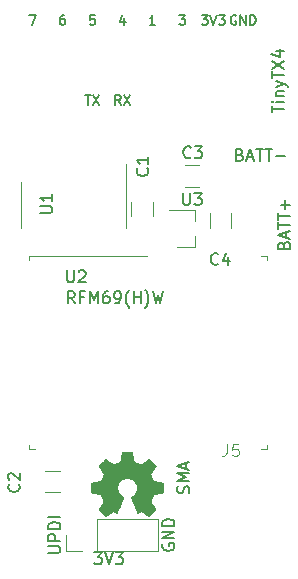
<source format=gbr>
G04 #@! TF.GenerationSoftware,KiCad,Pcbnew,(5.1.9-0-10_14)*
G04 #@! TF.CreationDate,2021-04-20T22:11:40+01:00*
G04 #@! TF.ProjectId,TinyTX4-sma,54696e79-5458-4342-9d73-6d612e6b6963,rev?*
G04 #@! TF.SameCoordinates,Original*
G04 #@! TF.FileFunction,Legend,Top*
G04 #@! TF.FilePolarity,Positive*
%FSLAX46Y46*%
G04 Gerber Fmt 4.6, Leading zero omitted, Abs format (unit mm)*
G04 Created by KiCad (PCBNEW (5.1.9-0-10_14)) date 2021-04-20 22:11:40*
%MOMM*%
%LPD*%
G01*
G04 APERTURE LIST*
%ADD10C,0.153000*%
%ADD11C,0.130000*%
%ADD12C,0.120000*%
%ADD13C,0.010000*%
%ADD14C,0.100000*%
%ADD15C,0.015000*%
%ADD16C,0.150000*%
G04 APERTURE END LIST*
D10*
X19963238Y-38806380D02*
X19629904Y-38330190D01*
X19391809Y-38806380D02*
X19391809Y-37806380D01*
X19772761Y-37806380D01*
X19867999Y-37854000D01*
X19915619Y-37901619D01*
X19963238Y-37996857D01*
X19963238Y-38139714D01*
X19915619Y-38234952D01*
X19867999Y-38282571D01*
X19772761Y-38330190D01*
X19391809Y-38330190D01*
X20725142Y-38282571D02*
X20391809Y-38282571D01*
X20391809Y-38806380D02*
X20391809Y-37806380D01*
X20867999Y-37806380D01*
X21248952Y-38806380D02*
X21248952Y-37806380D01*
X21582285Y-38520666D01*
X21915619Y-37806380D01*
X21915619Y-38806380D01*
X22820380Y-37806380D02*
X22629904Y-37806380D01*
X22534666Y-37854000D01*
X22487047Y-37901619D01*
X22391809Y-38044476D01*
X22344190Y-38234952D01*
X22344190Y-38615904D01*
X22391809Y-38711142D01*
X22439428Y-38758761D01*
X22534666Y-38806380D01*
X22725142Y-38806380D01*
X22820380Y-38758761D01*
X22867999Y-38711142D01*
X22915619Y-38615904D01*
X22915619Y-38377809D01*
X22867999Y-38282571D01*
X22820380Y-38234952D01*
X22725142Y-38187333D01*
X22534666Y-38187333D01*
X22439428Y-38234952D01*
X22391809Y-38282571D01*
X22344190Y-38377809D01*
X23391809Y-38806380D02*
X23582285Y-38806380D01*
X23677523Y-38758761D01*
X23725142Y-38711142D01*
X23820380Y-38568285D01*
X23867999Y-38377809D01*
X23867999Y-37996857D01*
X23820380Y-37901619D01*
X23772761Y-37854000D01*
X23677523Y-37806380D01*
X23487047Y-37806380D01*
X23391809Y-37854000D01*
X23344190Y-37901619D01*
X23296571Y-37996857D01*
X23296571Y-38234952D01*
X23344190Y-38330190D01*
X23391809Y-38377809D01*
X23487047Y-38425428D01*
X23677523Y-38425428D01*
X23772761Y-38377809D01*
X23820380Y-38330190D01*
X23867999Y-38234952D01*
X24582285Y-39187333D02*
X24534666Y-39139714D01*
X24439428Y-38996857D01*
X24391809Y-38901619D01*
X24344190Y-38758761D01*
X24296571Y-38520666D01*
X24296571Y-38330190D01*
X24344190Y-38092095D01*
X24391809Y-37949238D01*
X24439428Y-37854000D01*
X24534666Y-37711142D01*
X24582285Y-37663523D01*
X24963238Y-38806380D02*
X24963238Y-37806380D01*
X24963238Y-38282571D02*
X25534666Y-38282571D01*
X25534666Y-38806380D02*
X25534666Y-37806380D01*
X25915619Y-39187333D02*
X25963238Y-39139714D01*
X26058476Y-38996857D01*
X26106095Y-38901619D01*
X26153714Y-38758761D01*
X26201333Y-38520666D01*
X26201333Y-38330190D01*
X26153714Y-38092095D01*
X26106095Y-37949238D01*
X26058476Y-37854000D01*
X25963238Y-37711142D01*
X25915619Y-37663523D01*
X26582285Y-37806380D02*
X26820380Y-38806380D01*
X27010857Y-38092095D01*
X27201333Y-38806380D01*
X27439428Y-37806380D01*
X29614761Y-54879714D02*
X29662380Y-54736857D01*
X29662380Y-54498761D01*
X29614761Y-54403523D01*
X29567142Y-54355904D01*
X29471904Y-54308285D01*
X29376666Y-54308285D01*
X29281428Y-54355904D01*
X29233809Y-54403523D01*
X29186190Y-54498761D01*
X29138571Y-54689238D01*
X29090952Y-54784476D01*
X29043333Y-54832095D01*
X28948095Y-54879714D01*
X28852857Y-54879714D01*
X28757619Y-54832095D01*
X28710000Y-54784476D01*
X28662380Y-54689238D01*
X28662380Y-54451142D01*
X28710000Y-54308285D01*
X29662380Y-53879714D02*
X28662380Y-53879714D01*
X29376666Y-53546380D01*
X28662380Y-53213047D01*
X29662380Y-53213047D01*
X29376666Y-52784476D02*
X29376666Y-52308285D01*
X29662380Y-52879714D02*
X28662380Y-52546380D01*
X29662380Y-52213047D01*
D11*
X20860476Y-21181904D02*
X21317619Y-21181904D01*
X21089047Y-21981904D02*
X21089047Y-21181904D01*
X21508095Y-21181904D02*
X22041428Y-21981904D01*
X22041428Y-21181904D02*
X21508095Y-21981904D01*
X23866666Y-21981904D02*
X23600000Y-21600952D01*
X23409523Y-21981904D02*
X23409523Y-21181904D01*
X23714285Y-21181904D01*
X23790476Y-21220000D01*
X23828571Y-21258095D01*
X23866666Y-21334285D01*
X23866666Y-21448571D01*
X23828571Y-21524761D01*
X23790476Y-21562857D01*
X23714285Y-21600952D01*
X23409523Y-21600952D01*
X24133333Y-21181904D02*
X24666666Y-21981904D01*
X24666666Y-21181904D02*
X24133333Y-21981904D01*
X16116333Y-14420904D02*
X16649666Y-14420904D01*
X16306809Y-15220904D01*
X19075380Y-14420904D02*
X18923000Y-14420904D01*
X18846809Y-14459000D01*
X18808714Y-14497095D01*
X18732523Y-14611380D01*
X18694428Y-14763761D01*
X18694428Y-15068523D01*
X18732523Y-15144714D01*
X18770619Y-15182809D01*
X18846809Y-15220904D01*
X18999190Y-15220904D01*
X19075380Y-15182809D01*
X19113476Y-15144714D01*
X19151571Y-15068523D01*
X19151571Y-14878047D01*
X19113476Y-14801857D01*
X19075380Y-14763761D01*
X18999190Y-14725666D01*
X18846809Y-14725666D01*
X18770619Y-14763761D01*
X18732523Y-14801857D01*
X18694428Y-14878047D01*
X21653476Y-14420904D02*
X21272523Y-14420904D01*
X21234428Y-14801857D01*
X21272523Y-14763761D01*
X21348714Y-14725666D01*
X21539190Y-14725666D01*
X21615380Y-14763761D01*
X21653476Y-14801857D01*
X21691571Y-14878047D01*
X21691571Y-15068523D01*
X21653476Y-15144714D01*
X21615380Y-15182809D01*
X21539190Y-15220904D01*
X21348714Y-15220904D01*
X21272523Y-15182809D01*
X21234428Y-15144714D01*
X24155380Y-14687571D02*
X24155380Y-15220904D01*
X23964904Y-14382809D02*
X23774428Y-14954238D01*
X24269666Y-14954238D01*
X26771571Y-15220904D02*
X26314428Y-15220904D01*
X26543000Y-15220904D02*
X26543000Y-14420904D01*
X26466809Y-14535190D01*
X26390619Y-14611380D01*
X26314428Y-14649476D01*
X28816333Y-14420904D02*
X29311571Y-14420904D01*
X29044904Y-14725666D01*
X29159190Y-14725666D01*
X29235380Y-14763761D01*
X29273476Y-14801857D01*
X29311571Y-14878047D01*
X29311571Y-15068523D01*
X29273476Y-15144714D01*
X29235380Y-15182809D01*
X29159190Y-15220904D01*
X28930619Y-15220904D01*
X28854428Y-15182809D01*
X28816333Y-15144714D01*
X30718883Y-14420904D02*
X31214121Y-14420904D01*
X30947455Y-14725666D01*
X31061740Y-14725666D01*
X31137931Y-14763761D01*
X31176026Y-14801857D01*
X31214121Y-14878047D01*
X31214121Y-15068523D01*
X31176026Y-15144714D01*
X31137931Y-15182809D01*
X31061740Y-15220904D01*
X30833169Y-15220904D01*
X30756979Y-15182809D01*
X30718883Y-15144714D01*
X31442693Y-14420904D02*
X31709360Y-15220904D01*
X31976026Y-14420904D01*
X32166502Y-14420904D02*
X32661740Y-14420904D01*
X32395074Y-14725666D01*
X32509360Y-14725666D01*
X32585550Y-14763761D01*
X32623645Y-14801857D01*
X32661740Y-14878047D01*
X32661740Y-15068523D01*
X32623645Y-15144714D01*
X32585550Y-15182809D01*
X32509360Y-15220904D01*
X32280788Y-15220904D01*
X32204598Y-15182809D01*
X32166502Y-15144714D01*
X33609356Y-14459000D02*
X33533165Y-14420904D01*
X33418880Y-14420904D01*
X33304594Y-14459000D01*
X33228403Y-14535190D01*
X33190308Y-14611380D01*
X33152213Y-14763761D01*
X33152213Y-14878047D01*
X33190308Y-15030428D01*
X33228403Y-15106619D01*
X33304594Y-15182809D01*
X33418880Y-15220904D01*
X33495070Y-15220904D01*
X33609356Y-15182809D01*
X33647451Y-15144714D01*
X33647451Y-14878047D01*
X33495070Y-14878047D01*
X33990308Y-15220904D02*
X33990308Y-14420904D01*
X34447451Y-15220904D01*
X34447451Y-14420904D01*
X34828403Y-15220904D02*
X34828403Y-14420904D01*
X35018880Y-14420904D01*
X35133165Y-14459000D01*
X35209356Y-14535190D01*
X35247451Y-14611380D01*
X35285546Y-14763761D01*
X35285546Y-14878047D01*
X35247451Y-15030428D01*
X35209356Y-15106619D01*
X35133165Y-15182809D01*
X35018880Y-15220904D01*
X34828403Y-15220904D01*
D10*
X36663380Y-22644716D02*
X36663380Y-22073287D01*
X37663380Y-22359001D02*
X36663380Y-22359001D01*
X37663380Y-21739954D02*
X36996714Y-21739954D01*
X36663380Y-21739954D02*
X36711000Y-21787573D01*
X36758619Y-21739954D01*
X36711000Y-21692335D01*
X36663380Y-21739954D01*
X36758619Y-21739954D01*
X36996714Y-21263763D02*
X37663380Y-21263763D01*
X37091952Y-21263763D02*
X37044333Y-21216144D01*
X36996714Y-21120906D01*
X36996714Y-20978049D01*
X37044333Y-20882811D01*
X37139571Y-20835192D01*
X37663380Y-20835192D01*
X36996714Y-20454240D02*
X37663380Y-20216144D01*
X36996714Y-19978049D02*
X37663380Y-20216144D01*
X37901476Y-20311382D01*
X37949095Y-20359001D01*
X37996714Y-20454240D01*
X36663380Y-19739954D02*
X36663380Y-19168525D01*
X37663380Y-19454240D02*
X36663380Y-19454240D01*
X36663380Y-18930430D02*
X37663380Y-18263763D01*
X36663380Y-18263763D02*
X37663380Y-18930430D01*
X36996714Y-17454240D02*
X37663380Y-17454240D01*
X36615761Y-17692335D02*
X37330047Y-17930430D01*
X37330047Y-17311382D01*
X33948904Y-26217571D02*
X34091761Y-26265190D01*
X34139380Y-26312809D01*
X34187000Y-26408047D01*
X34187000Y-26550904D01*
X34139380Y-26646142D01*
X34091761Y-26693761D01*
X33996523Y-26741380D01*
X33615571Y-26741380D01*
X33615571Y-25741380D01*
X33948904Y-25741380D01*
X34044142Y-25789000D01*
X34091761Y-25836619D01*
X34139380Y-25931857D01*
X34139380Y-26027095D01*
X34091761Y-26122333D01*
X34044142Y-26169952D01*
X33948904Y-26217571D01*
X33615571Y-26217571D01*
X34567952Y-26455666D02*
X35044142Y-26455666D01*
X34472714Y-26741380D02*
X34806047Y-25741380D01*
X35139380Y-26741380D01*
X35329857Y-25741380D02*
X35901285Y-25741380D01*
X35615571Y-26741380D02*
X35615571Y-25741380D01*
X36091761Y-25741380D02*
X36663190Y-25741380D01*
X36377476Y-26741380D02*
X36377476Y-25741380D01*
X36996523Y-26360428D02*
X37758428Y-26360428D01*
X17740380Y-59943809D02*
X18549904Y-59943809D01*
X18645142Y-59896190D01*
X18692761Y-59848571D01*
X18740380Y-59753333D01*
X18740380Y-59562857D01*
X18692761Y-59467619D01*
X18645142Y-59420000D01*
X18549904Y-59372380D01*
X17740380Y-59372380D01*
X18740380Y-58896190D02*
X17740380Y-58896190D01*
X17740380Y-58515238D01*
X17788000Y-58420000D01*
X17835619Y-58372380D01*
X17930857Y-58324761D01*
X18073714Y-58324761D01*
X18168952Y-58372380D01*
X18216571Y-58420000D01*
X18264190Y-58515238D01*
X18264190Y-58896190D01*
X18740380Y-57896190D02*
X17740380Y-57896190D01*
X17740380Y-57658095D01*
X17788000Y-57515238D01*
X17883238Y-57420000D01*
X17978476Y-57372380D01*
X18168952Y-57324761D01*
X18311809Y-57324761D01*
X18502285Y-57372380D01*
X18597523Y-57420000D01*
X18692761Y-57515238D01*
X18740380Y-57658095D01*
X18740380Y-57896190D01*
X18740380Y-56896190D02*
X17740380Y-56896190D01*
X21621904Y-59904380D02*
X22240952Y-59904380D01*
X21907619Y-60285333D01*
X22050476Y-60285333D01*
X22145714Y-60332952D01*
X22193333Y-60380571D01*
X22240952Y-60475809D01*
X22240952Y-60713904D01*
X22193333Y-60809142D01*
X22145714Y-60856761D01*
X22050476Y-60904380D01*
X21764761Y-60904380D01*
X21669523Y-60856761D01*
X21621904Y-60809142D01*
X22526666Y-59904380D02*
X22860000Y-60904380D01*
X23193333Y-59904380D01*
X23431428Y-59904380D02*
X24050476Y-59904380D01*
X23717142Y-60285333D01*
X23860000Y-60285333D01*
X23955238Y-60332952D01*
X24002857Y-60380571D01*
X24050476Y-60475809D01*
X24050476Y-60713904D01*
X24002857Y-60809142D01*
X23955238Y-60856761D01*
X23860000Y-60904380D01*
X23574285Y-60904380D01*
X23479047Y-60856761D01*
X23431428Y-60809142D01*
X27440000Y-59181904D02*
X27392380Y-59277142D01*
X27392380Y-59420000D01*
X27440000Y-59562857D01*
X27535238Y-59658095D01*
X27630476Y-59705714D01*
X27820952Y-59753333D01*
X27963809Y-59753333D01*
X28154285Y-59705714D01*
X28249523Y-59658095D01*
X28344761Y-59562857D01*
X28392380Y-59420000D01*
X28392380Y-59324761D01*
X28344761Y-59181904D01*
X28297142Y-59134285D01*
X27963809Y-59134285D01*
X27963809Y-59324761D01*
X28392380Y-58705714D02*
X27392380Y-58705714D01*
X28392380Y-58134285D01*
X27392380Y-58134285D01*
X28392380Y-57658095D02*
X27392380Y-57658095D01*
X27392380Y-57420000D01*
X27440000Y-57277142D01*
X27535238Y-57181904D01*
X27630476Y-57134285D01*
X27820952Y-57086666D01*
X27963809Y-57086666D01*
X28154285Y-57134285D01*
X28249523Y-57181904D01*
X28344761Y-57277142D01*
X28392380Y-57420000D01*
X28392380Y-57658095D01*
D12*
X26984000Y-59750000D02*
X26984000Y-57090000D01*
X21844000Y-59750000D02*
X26984000Y-59750000D01*
X21844000Y-57090000D02*
X26984000Y-57090000D01*
X21844000Y-59750000D02*
X21844000Y-57090000D01*
X20574000Y-59750000D02*
X19244000Y-59750000D01*
X19244000Y-59750000D02*
X19244000Y-58420000D01*
D13*
G36*
X24437123Y-51398304D02*
G01*
X24515059Y-51398924D01*
X24588769Y-51400054D01*
X24655551Y-51401693D01*
X24712703Y-51403837D01*
X24757524Y-51406482D01*
X24787312Y-51409627D01*
X24799241Y-51413091D01*
X24803550Y-51425832D01*
X24810996Y-51456327D01*
X24821115Y-51502332D01*
X24833442Y-51561603D01*
X24847512Y-51631897D01*
X24862863Y-51710968D01*
X24879028Y-51796573D01*
X24882813Y-51816951D01*
X24903804Y-51928854D01*
X24921797Y-52021510D01*
X24936972Y-52095741D01*
X24949509Y-52152370D01*
X24959588Y-52192220D01*
X24967389Y-52216113D01*
X24971787Y-52223992D01*
X24984882Y-52231691D01*
X25013891Y-52245623D01*
X25055830Y-52264547D01*
X25107719Y-52287221D01*
X25166574Y-52312406D01*
X25229414Y-52338860D01*
X25293256Y-52365342D01*
X25355119Y-52390612D01*
X25412020Y-52413428D01*
X25460978Y-52432551D01*
X25499009Y-52446739D01*
X25523133Y-52454751D01*
X25529577Y-52456080D01*
X25540775Y-52450504D01*
X25566816Y-52434595D01*
X25605832Y-52409583D01*
X25655955Y-52376695D01*
X25715318Y-52337162D01*
X25782053Y-52292211D01*
X25854292Y-52243071D01*
X25878107Y-52226771D01*
X25974046Y-52161398D01*
X26054062Y-52107730D01*
X26118629Y-52065467D01*
X26168218Y-52034310D01*
X26203304Y-52013958D01*
X26224357Y-52004113D01*
X26230687Y-52003187D01*
X26242517Y-52011741D01*
X26266301Y-52032817D01*
X26300147Y-52064508D01*
X26342159Y-52104905D01*
X26390446Y-52152103D01*
X26443112Y-52204192D01*
X26498265Y-52259266D01*
X26554010Y-52315418D01*
X26608455Y-52370740D01*
X26659705Y-52423325D01*
X26705867Y-52471265D01*
X26745048Y-52512652D01*
X26775353Y-52545580D01*
X26794890Y-52568142D01*
X26801764Y-52578425D01*
X26796105Y-52589844D01*
X26780110Y-52616051D01*
X26755029Y-52655146D01*
X26722117Y-52705225D01*
X26682624Y-52764387D01*
X26637804Y-52830730D01*
X26588908Y-52902351D01*
X26578244Y-52917878D01*
X26528632Y-52990476D01*
X26482852Y-53058312D01*
X26442157Y-53119468D01*
X26407800Y-53172022D01*
X26381033Y-53214054D01*
X26363110Y-53243644D01*
X26355283Y-53258870D01*
X26355040Y-53260046D01*
X26358996Y-53274267D01*
X26370035Y-53304125D01*
X26386911Y-53346723D01*
X26408379Y-53399162D01*
X26433194Y-53458545D01*
X26460111Y-53521973D01*
X26487884Y-53586549D01*
X26515269Y-53649375D01*
X26541019Y-53707553D01*
X26563890Y-53758185D01*
X26582637Y-53798373D01*
X26596013Y-53825219D01*
X26602290Y-53835444D01*
X26615317Y-53840504D01*
X26646308Y-53848661D01*
X26693213Y-53859476D01*
X26753985Y-53872510D01*
X26826578Y-53887322D01*
X26908943Y-53903474D01*
X26995145Y-53919801D01*
X27080668Y-53935962D01*
X27160158Y-53951413D01*
X27231335Y-53965679D01*
X27291921Y-53978285D01*
X27339637Y-53988755D01*
X27372205Y-53996615D01*
X27387345Y-54001388D01*
X27387904Y-54001748D01*
X27391515Y-54014656D01*
X27394630Y-54045177D01*
X27397247Y-54090609D01*
X27399362Y-54148250D01*
X27400972Y-54215399D01*
X27402075Y-54289355D01*
X27402666Y-54367416D01*
X27402744Y-54446880D01*
X27402305Y-54525046D01*
X27401346Y-54599213D01*
X27399864Y-54666679D01*
X27397857Y-54724742D01*
X27395320Y-54770701D01*
X27392251Y-54801854D01*
X27388820Y-54815302D01*
X27378138Y-54821238D01*
X27353396Y-54829041D01*
X27313558Y-54838939D01*
X27257591Y-54851159D01*
X27184461Y-54865929D01*
X27093132Y-54883478D01*
X27005280Y-54899854D01*
X26920792Y-54915628D01*
X26842427Y-54930621D01*
X26772478Y-54944366D01*
X26713238Y-54956398D01*
X26667002Y-54966251D01*
X26636061Y-54973457D01*
X26622709Y-54977552D01*
X26622542Y-54977668D01*
X26615921Y-54989174D01*
X26603114Y-55016842D01*
X26585246Y-55057875D01*
X26563444Y-55109476D01*
X26538834Y-55168848D01*
X26512542Y-55233194D01*
X26485694Y-55299718D01*
X26459416Y-55365623D01*
X26434834Y-55428112D01*
X26413074Y-55484387D01*
X26395262Y-55531652D01*
X26382524Y-55567111D01*
X26375986Y-55587966D01*
X26375360Y-55591621D01*
X26380938Y-55603511D01*
X26396811Y-55630110D01*
X26421689Y-55669434D01*
X26454281Y-55719499D01*
X26493294Y-55778321D01*
X26537438Y-55843917D01*
X26584415Y-55912835D01*
X26632519Y-55983152D01*
X26677035Y-56048566D01*
X26716635Y-56107096D01*
X26749988Y-56156764D01*
X26775766Y-56195589D01*
X26792639Y-56221593D01*
X26799247Y-56232712D01*
X26793754Y-56243460D01*
X26775410Y-56266336D01*
X26746087Y-56299467D01*
X26707659Y-56340976D01*
X26661997Y-56388990D01*
X26610974Y-56441632D01*
X26556463Y-56497028D01*
X26500337Y-56553303D01*
X26444468Y-56608583D01*
X26390729Y-56660992D01*
X26340994Y-56708654D01*
X26297133Y-56749697D01*
X26261021Y-56782243D01*
X26234530Y-56804420D01*
X26219532Y-56814350D01*
X26217948Y-56814705D01*
X26204219Y-56809111D01*
X26176401Y-56793390D01*
X26137013Y-56769126D01*
X26088574Y-56737900D01*
X26033603Y-56701296D01*
X25989280Y-56671042D01*
X25924983Y-56626787D01*
X25859912Y-56582165D01*
X25797963Y-56539831D01*
X25743028Y-56502447D01*
X25699004Y-56472670D01*
X25682631Y-56461686D01*
X25584263Y-56395981D01*
X25431543Y-56475810D01*
X25375080Y-56505061D01*
X25333749Y-56525628D01*
X25304840Y-56538555D01*
X25285644Y-56544885D01*
X25273452Y-56545663D01*
X25265556Y-56541932D01*
X25263918Y-56540400D01*
X25257310Y-56528305D01*
X25243863Y-56499264D01*
X25224356Y-56455159D01*
X25199567Y-56397870D01*
X25170272Y-56329279D01*
X25137251Y-56251267D01*
X25101281Y-56165714D01*
X25063140Y-56074503D01*
X25023606Y-55979513D01*
X24983457Y-55882627D01*
X24943471Y-55785725D01*
X24904426Y-55690688D01*
X24867099Y-55599397D01*
X24832270Y-55513734D01*
X24800714Y-55435580D01*
X24773212Y-55366816D01*
X24750540Y-55309322D01*
X24733476Y-55264980D01*
X24722799Y-55235671D01*
X24719280Y-55223430D01*
X24725562Y-55208577D01*
X24745630Y-55188871D01*
X24781313Y-55162670D01*
X24803100Y-55148228D01*
X24844208Y-55118760D01*
X24892789Y-55079630D01*
X24942542Y-55036117D01*
X24983971Y-54996711D01*
X25026591Y-54953063D01*
X25058258Y-54917411D01*
X25083099Y-54884125D01*
X25105238Y-54847577D01*
X25128800Y-54802139D01*
X25133365Y-54792880D01*
X25167181Y-54720397D01*
X25191296Y-54658281D01*
X25207250Y-54599970D01*
X25216582Y-54538905D01*
X25220834Y-54468522D01*
X25221595Y-54416960D01*
X25221173Y-54354318D01*
X25218982Y-54306016D01*
X25214401Y-54266103D01*
X25206806Y-54228631D01*
X25198750Y-54198520D01*
X25152961Y-54074261D01*
X25090639Y-53960733D01*
X25013099Y-53859225D01*
X24921650Y-53771024D01*
X24817607Y-53697419D01*
X24702279Y-53639699D01*
X24592280Y-53603010D01*
X24511213Y-53587982D01*
X24419719Y-53581209D01*
X24325731Y-53582685D01*
X24237183Y-53592405D01*
X24185880Y-53603254D01*
X24065863Y-53644847D01*
X23955435Y-53702593D01*
X23855810Y-53774727D01*
X23768205Y-53859487D01*
X23693836Y-53955105D01*
X23633919Y-54059819D01*
X23589671Y-54171863D01*
X23562308Y-54289473D01*
X23553045Y-54410883D01*
X23559768Y-54511724D01*
X23585061Y-54638682D01*
X23626329Y-54755021D01*
X23684365Y-54861995D01*
X23759960Y-54960857D01*
X23853905Y-55052860D01*
X23947120Y-55125435D01*
X23987943Y-55154907D01*
X24022716Y-55181068D01*
X24048023Y-55201272D01*
X24060449Y-55212875D01*
X24060916Y-55213570D01*
X24062288Y-55216139D01*
X24063081Y-55219356D01*
X24062808Y-55224446D01*
X24060985Y-55232633D01*
X24057126Y-55245141D01*
X24050746Y-55263197D01*
X24041360Y-55288023D01*
X24028483Y-55320845D01*
X24011628Y-55362888D01*
X23990311Y-55415376D01*
X23964046Y-55479533D01*
X23932348Y-55556585D01*
X23894732Y-55647755D01*
X23850712Y-55754269D01*
X23799803Y-55877351D01*
X23753519Y-55989224D01*
X23698254Y-56122238D01*
X23650239Y-56236588D01*
X23609352Y-56332550D01*
X23575472Y-56410398D01*
X23548479Y-56470404D01*
X23528252Y-56512844D01*
X23514671Y-56537991D01*
X23508049Y-56546058D01*
X23492195Y-56543460D01*
X23461406Y-56531498D01*
X23418169Y-56511269D01*
X23364968Y-56483868D01*
X23355649Y-56478865D01*
X23306825Y-56453252D01*
X23262880Y-56431564D01*
X23227539Y-56415538D01*
X23204524Y-56406908D01*
X23199165Y-56405901D01*
X23186025Y-56411472D01*
X23158276Y-56427367D01*
X23117970Y-56452273D01*
X23067155Y-56484876D01*
X23007883Y-56523865D01*
X22942202Y-56567926D01*
X22880152Y-56610250D01*
X22810501Y-56657717D01*
X22745444Y-56701285D01*
X22687028Y-56739639D01*
X22637303Y-56771466D01*
X22598318Y-56795453D01*
X22572124Y-56810284D01*
X22561237Y-56814720D01*
X22548030Y-56807862D01*
X22522121Y-56787158D01*
X22483294Y-56752409D01*
X22431338Y-56703418D01*
X22366040Y-56639987D01*
X22287186Y-56561919D01*
X22263030Y-56537791D01*
X22181055Y-56455216D01*
X22113243Y-56385698D01*
X22059735Y-56329388D01*
X22020669Y-56286437D01*
X21996186Y-56256995D01*
X21986426Y-56241212D01*
X21986240Y-56239977D01*
X21991830Y-56227024D01*
X22007737Y-56199421D01*
X22032662Y-56159190D01*
X22065306Y-56108353D01*
X22104372Y-56048934D01*
X22148561Y-55982955D01*
X22194520Y-55915436D01*
X22242401Y-55845071D01*
X22286404Y-55779329D01*
X22325230Y-55720234D01*
X22357583Y-55669807D01*
X22382162Y-55630071D01*
X22397670Y-55603047D01*
X22402819Y-55590950D01*
X22399070Y-55575336D01*
X22388585Y-55543927D01*
X22372522Y-55499620D01*
X22352040Y-55445312D01*
X22328299Y-55383900D01*
X22302458Y-55318281D01*
X22275677Y-55251351D01*
X22249113Y-55186006D01*
X22223928Y-55125144D01*
X22201279Y-55071661D01*
X22182326Y-55028455D01*
X22168229Y-54998420D01*
X22160146Y-54984456D01*
X22160082Y-54984390D01*
X22147304Y-54977852D01*
X22119303Y-54969317D01*
X22075162Y-54958581D01*
X22013962Y-54945440D01*
X21934788Y-54929690D01*
X21836722Y-54911126D01*
X21803360Y-54904956D01*
X21701833Y-54886250D01*
X21618462Y-54870783D01*
X21551417Y-54858099D01*
X21498871Y-54847743D01*
X21458997Y-54839262D01*
X21429967Y-54832201D01*
X21409954Y-54826105D01*
X21397131Y-54820520D01*
X21389669Y-54814992D01*
X21385741Y-54809065D01*
X21383521Y-54802286D01*
X21383023Y-54800421D01*
X21381628Y-54785314D01*
X21380338Y-54752305D01*
X21379191Y-54703812D01*
X21378223Y-54642254D01*
X21377474Y-54570049D01*
X21376980Y-54489616D01*
X21376779Y-54403371D01*
X21376778Y-54401121D01*
X21376911Y-54296835D01*
X21377428Y-54211324D01*
X21378377Y-54143049D01*
X21379809Y-54090469D01*
X21381771Y-54052043D01*
X21384313Y-54026230D01*
X21387485Y-54011489D01*
X21389340Y-54007766D01*
X21398500Y-54002062D01*
X21419185Y-53994945D01*
X21452735Y-53986117D01*
X21500494Y-53975279D01*
X21563801Y-53962132D01*
X21644000Y-53946378D01*
X21742431Y-53927718D01*
X21781854Y-53920368D01*
X21885386Y-53900944D01*
X21970448Y-53884531D01*
X22038608Y-53870778D01*
X22091437Y-53859332D01*
X22130503Y-53849842D01*
X22157375Y-53841954D01*
X22173623Y-53835318D01*
X22179619Y-53831122D01*
X22188678Y-53816518D01*
X22203988Y-53786154D01*
X22224281Y-53742995D01*
X22248290Y-53690008D01*
X22274744Y-53630160D01*
X22302377Y-53566415D01*
X22329921Y-53501741D01*
X22356106Y-53439104D01*
X22379665Y-53381469D01*
X22399330Y-53331804D01*
X22413831Y-53293073D01*
X22421902Y-53268243D01*
X22423140Y-53261576D01*
X22417497Y-53248087D01*
X22401373Y-53219831D01*
X22375963Y-53178668D01*
X22342461Y-53126463D01*
X22302062Y-53065078D01*
X22255960Y-52996376D01*
X22208154Y-52926296D01*
X22159256Y-52854717D01*
X22114001Y-52787625D01*
X22073704Y-52727032D01*
X22039680Y-52674954D01*
X22013245Y-52633404D01*
X21995714Y-52604397D01*
X21988401Y-52589946D01*
X21988323Y-52589618D01*
X21988877Y-52581671D01*
X21994095Y-52570396D01*
X22005203Y-52554439D01*
X22023430Y-52532444D01*
X22050001Y-52503053D01*
X22086145Y-52464913D01*
X22133087Y-52416666D01*
X22192055Y-52356957D01*
X22264276Y-52284431D01*
X22266788Y-52281915D01*
X22343113Y-52205971D01*
X22409468Y-52140972D01*
X22465133Y-52087594D01*
X22509384Y-52046514D01*
X22541499Y-52018406D01*
X22560756Y-52003949D01*
X22565783Y-52002092D01*
X22577455Y-52008578D01*
X22603885Y-52025340D01*
X22643128Y-52051079D01*
X22693238Y-52084497D01*
X22752273Y-52124298D01*
X22818286Y-52169183D01*
X22889333Y-52217854D01*
X22895983Y-52222428D01*
X22967874Y-52271681D01*
X23035337Y-52317504D01*
X23096352Y-52358555D01*
X23148895Y-52393490D01*
X23190946Y-52420964D01*
X23220481Y-52439635D01*
X23235480Y-52448158D01*
X23235920Y-52448335D01*
X23246273Y-52450089D01*
X23261663Y-52448475D01*
X23284207Y-52442767D01*
X23316019Y-52432241D01*
X23359217Y-52416174D01*
X23415918Y-52393841D01*
X23488237Y-52364517D01*
X23525480Y-52349242D01*
X23594531Y-52320857D01*
X23657742Y-52294878D01*
X23712586Y-52272344D01*
X23756538Y-52254292D01*
X23787072Y-52241761D01*
X23801661Y-52235786D01*
X23802247Y-52235548D01*
X23807339Y-52232329D01*
X23812258Y-52225789D01*
X23817399Y-52214165D01*
X23823161Y-52195697D01*
X23829939Y-52168624D01*
X23838130Y-52131184D01*
X23848131Y-52081617D01*
X23860340Y-52018160D01*
X23875152Y-51939053D01*
X23892965Y-51842535D01*
X23902497Y-51790600D01*
X23922206Y-51684546D01*
X23938982Y-51597526D01*
X23953055Y-51528500D01*
X23964652Y-51476428D01*
X23974002Y-51440271D01*
X23981334Y-51418990D01*
X23985678Y-51412140D01*
X24000166Y-51408554D01*
X24032042Y-51405505D01*
X24078602Y-51402990D01*
X24137146Y-51401005D01*
X24204971Y-51399547D01*
X24279377Y-51398613D01*
X24357661Y-51398200D01*
X24437123Y-51398304D01*
G37*
X24437123Y-51398304D02*
X24515059Y-51398924D01*
X24588769Y-51400054D01*
X24655551Y-51401693D01*
X24712703Y-51403837D01*
X24757524Y-51406482D01*
X24787312Y-51409627D01*
X24799241Y-51413091D01*
X24803550Y-51425832D01*
X24810996Y-51456327D01*
X24821115Y-51502332D01*
X24833442Y-51561603D01*
X24847512Y-51631897D01*
X24862863Y-51710968D01*
X24879028Y-51796573D01*
X24882813Y-51816951D01*
X24903804Y-51928854D01*
X24921797Y-52021510D01*
X24936972Y-52095741D01*
X24949509Y-52152370D01*
X24959588Y-52192220D01*
X24967389Y-52216113D01*
X24971787Y-52223992D01*
X24984882Y-52231691D01*
X25013891Y-52245623D01*
X25055830Y-52264547D01*
X25107719Y-52287221D01*
X25166574Y-52312406D01*
X25229414Y-52338860D01*
X25293256Y-52365342D01*
X25355119Y-52390612D01*
X25412020Y-52413428D01*
X25460978Y-52432551D01*
X25499009Y-52446739D01*
X25523133Y-52454751D01*
X25529577Y-52456080D01*
X25540775Y-52450504D01*
X25566816Y-52434595D01*
X25605832Y-52409583D01*
X25655955Y-52376695D01*
X25715318Y-52337162D01*
X25782053Y-52292211D01*
X25854292Y-52243071D01*
X25878107Y-52226771D01*
X25974046Y-52161398D01*
X26054062Y-52107730D01*
X26118629Y-52065467D01*
X26168218Y-52034310D01*
X26203304Y-52013958D01*
X26224357Y-52004113D01*
X26230687Y-52003187D01*
X26242517Y-52011741D01*
X26266301Y-52032817D01*
X26300147Y-52064508D01*
X26342159Y-52104905D01*
X26390446Y-52152103D01*
X26443112Y-52204192D01*
X26498265Y-52259266D01*
X26554010Y-52315418D01*
X26608455Y-52370740D01*
X26659705Y-52423325D01*
X26705867Y-52471265D01*
X26745048Y-52512652D01*
X26775353Y-52545580D01*
X26794890Y-52568142D01*
X26801764Y-52578425D01*
X26796105Y-52589844D01*
X26780110Y-52616051D01*
X26755029Y-52655146D01*
X26722117Y-52705225D01*
X26682624Y-52764387D01*
X26637804Y-52830730D01*
X26588908Y-52902351D01*
X26578244Y-52917878D01*
X26528632Y-52990476D01*
X26482852Y-53058312D01*
X26442157Y-53119468D01*
X26407800Y-53172022D01*
X26381033Y-53214054D01*
X26363110Y-53243644D01*
X26355283Y-53258870D01*
X26355040Y-53260046D01*
X26358996Y-53274267D01*
X26370035Y-53304125D01*
X26386911Y-53346723D01*
X26408379Y-53399162D01*
X26433194Y-53458545D01*
X26460111Y-53521973D01*
X26487884Y-53586549D01*
X26515269Y-53649375D01*
X26541019Y-53707553D01*
X26563890Y-53758185D01*
X26582637Y-53798373D01*
X26596013Y-53825219D01*
X26602290Y-53835444D01*
X26615317Y-53840504D01*
X26646308Y-53848661D01*
X26693213Y-53859476D01*
X26753985Y-53872510D01*
X26826578Y-53887322D01*
X26908943Y-53903474D01*
X26995145Y-53919801D01*
X27080668Y-53935962D01*
X27160158Y-53951413D01*
X27231335Y-53965679D01*
X27291921Y-53978285D01*
X27339637Y-53988755D01*
X27372205Y-53996615D01*
X27387345Y-54001388D01*
X27387904Y-54001748D01*
X27391515Y-54014656D01*
X27394630Y-54045177D01*
X27397247Y-54090609D01*
X27399362Y-54148250D01*
X27400972Y-54215399D01*
X27402075Y-54289355D01*
X27402666Y-54367416D01*
X27402744Y-54446880D01*
X27402305Y-54525046D01*
X27401346Y-54599213D01*
X27399864Y-54666679D01*
X27397857Y-54724742D01*
X27395320Y-54770701D01*
X27392251Y-54801854D01*
X27388820Y-54815302D01*
X27378138Y-54821238D01*
X27353396Y-54829041D01*
X27313558Y-54838939D01*
X27257591Y-54851159D01*
X27184461Y-54865929D01*
X27093132Y-54883478D01*
X27005280Y-54899854D01*
X26920792Y-54915628D01*
X26842427Y-54930621D01*
X26772478Y-54944366D01*
X26713238Y-54956398D01*
X26667002Y-54966251D01*
X26636061Y-54973457D01*
X26622709Y-54977552D01*
X26622542Y-54977668D01*
X26615921Y-54989174D01*
X26603114Y-55016842D01*
X26585246Y-55057875D01*
X26563444Y-55109476D01*
X26538834Y-55168848D01*
X26512542Y-55233194D01*
X26485694Y-55299718D01*
X26459416Y-55365623D01*
X26434834Y-55428112D01*
X26413074Y-55484387D01*
X26395262Y-55531652D01*
X26382524Y-55567111D01*
X26375986Y-55587966D01*
X26375360Y-55591621D01*
X26380938Y-55603511D01*
X26396811Y-55630110D01*
X26421689Y-55669434D01*
X26454281Y-55719499D01*
X26493294Y-55778321D01*
X26537438Y-55843917D01*
X26584415Y-55912835D01*
X26632519Y-55983152D01*
X26677035Y-56048566D01*
X26716635Y-56107096D01*
X26749988Y-56156764D01*
X26775766Y-56195589D01*
X26792639Y-56221593D01*
X26799247Y-56232712D01*
X26793754Y-56243460D01*
X26775410Y-56266336D01*
X26746087Y-56299467D01*
X26707659Y-56340976D01*
X26661997Y-56388990D01*
X26610974Y-56441632D01*
X26556463Y-56497028D01*
X26500337Y-56553303D01*
X26444468Y-56608583D01*
X26390729Y-56660992D01*
X26340994Y-56708654D01*
X26297133Y-56749697D01*
X26261021Y-56782243D01*
X26234530Y-56804420D01*
X26219532Y-56814350D01*
X26217948Y-56814705D01*
X26204219Y-56809111D01*
X26176401Y-56793390D01*
X26137013Y-56769126D01*
X26088574Y-56737900D01*
X26033603Y-56701296D01*
X25989280Y-56671042D01*
X25924983Y-56626787D01*
X25859912Y-56582165D01*
X25797963Y-56539831D01*
X25743028Y-56502447D01*
X25699004Y-56472670D01*
X25682631Y-56461686D01*
X25584263Y-56395981D01*
X25431543Y-56475810D01*
X25375080Y-56505061D01*
X25333749Y-56525628D01*
X25304840Y-56538555D01*
X25285644Y-56544885D01*
X25273452Y-56545663D01*
X25265556Y-56541932D01*
X25263918Y-56540400D01*
X25257310Y-56528305D01*
X25243863Y-56499264D01*
X25224356Y-56455159D01*
X25199567Y-56397870D01*
X25170272Y-56329279D01*
X25137251Y-56251267D01*
X25101281Y-56165714D01*
X25063140Y-56074503D01*
X25023606Y-55979513D01*
X24983457Y-55882627D01*
X24943471Y-55785725D01*
X24904426Y-55690688D01*
X24867099Y-55599397D01*
X24832270Y-55513734D01*
X24800714Y-55435580D01*
X24773212Y-55366816D01*
X24750540Y-55309322D01*
X24733476Y-55264980D01*
X24722799Y-55235671D01*
X24719280Y-55223430D01*
X24725562Y-55208577D01*
X24745630Y-55188871D01*
X24781313Y-55162670D01*
X24803100Y-55148228D01*
X24844208Y-55118760D01*
X24892789Y-55079630D01*
X24942542Y-55036117D01*
X24983971Y-54996711D01*
X25026591Y-54953063D01*
X25058258Y-54917411D01*
X25083099Y-54884125D01*
X25105238Y-54847577D01*
X25128800Y-54802139D01*
X25133365Y-54792880D01*
X25167181Y-54720397D01*
X25191296Y-54658281D01*
X25207250Y-54599970D01*
X25216582Y-54538905D01*
X25220834Y-54468522D01*
X25221595Y-54416960D01*
X25221173Y-54354318D01*
X25218982Y-54306016D01*
X25214401Y-54266103D01*
X25206806Y-54228631D01*
X25198750Y-54198520D01*
X25152961Y-54074261D01*
X25090639Y-53960733D01*
X25013099Y-53859225D01*
X24921650Y-53771024D01*
X24817607Y-53697419D01*
X24702279Y-53639699D01*
X24592280Y-53603010D01*
X24511213Y-53587982D01*
X24419719Y-53581209D01*
X24325731Y-53582685D01*
X24237183Y-53592405D01*
X24185880Y-53603254D01*
X24065863Y-53644847D01*
X23955435Y-53702593D01*
X23855810Y-53774727D01*
X23768205Y-53859487D01*
X23693836Y-53955105D01*
X23633919Y-54059819D01*
X23589671Y-54171863D01*
X23562308Y-54289473D01*
X23553045Y-54410883D01*
X23559768Y-54511724D01*
X23585061Y-54638682D01*
X23626329Y-54755021D01*
X23684365Y-54861995D01*
X23759960Y-54960857D01*
X23853905Y-55052860D01*
X23947120Y-55125435D01*
X23987943Y-55154907D01*
X24022716Y-55181068D01*
X24048023Y-55201272D01*
X24060449Y-55212875D01*
X24060916Y-55213570D01*
X24062288Y-55216139D01*
X24063081Y-55219356D01*
X24062808Y-55224446D01*
X24060985Y-55232633D01*
X24057126Y-55245141D01*
X24050746Y-55263197D01*
X24041360Y-55288023D01*
X24028483Y-55320845D01*
X24011628Y-55362888D01*
X23990311Y-55415376D01*
X23964046Y-55479533D01*
X23932348Y-55556585D01*
X23894732Y-55647755D01*
X23850712Y-55754269D01*
X23799803Y-55877351D01*
X23753519Y-55989224D01*
X23698254Y-56122238D01*
X23650239Y-56236588D01*
X23609352Y-56332550D01*
X23575472Y-56410398D01*
X23548479Y-56470404D01*
X23528252Y-56512844D01*
X23514671Y-56537991D01*
X23508049Y-56546058D01*
X23492195Y-56543460D01*
X23461406Y-56531498D01*
X23418169Y-56511269D01*
X23364968Y-56483868D01*
X23355649Y-56478865D01*
X23306825Y-56453252D01*
X23262880Y-56431564D01*
X23227539Y-56415538D01*
X23204524Y-56406908D01*
X23199165Y-56405901D01*
X23186025Y-56411472D01*
X23158276Y-56427367D01*
X23117970Y-56452273D01*
X23067155Y-56484876D01*
X23007883Y-56523865D01*
X22942202Y-56567926D01*
X22880152Y-56610250D01*
X22810501Y-56657717D01*
X22745444Y-56701285D01*
X22687028Y-56739639D01*
X22637303Y-56771466D01*
X22598318Y-56795453D01*
X22572124Y-56810284D01*
X22561237Y-56814720D01*
X22548030Y-56807862D01*
X22522121Y-56787158D01*
X22483294Y-56752409D01*
X22431338Y-56703418D01*
X22366040Y-56639987D01*
X22287186Y-56561919D01*
X22263030Y-56537791D01*
X22181055Y-56455216D01*
X22113243Y-56385698D01*
X22059735Y-56329388D01*
X22020669Y-56286437D01*
X21996186Y-56256995D01*
X21986426Y-56241212D01*
X21986240Y-56239977D01*
X21991830Y-56227024D01*
X22007737Y-56199421D01*
X22032662Y-56159190D01*
X22065306Y-56108353D01*
X22104372Y-56048934D01*
X22148561Y-55982955D01*
X22194520Y-55915436D01*
X22242401Y-55845071D01*
X22286404Y-55779329D01*
X22325230Y-55720234D01*
X22357583Y-55669807D01*
X22382162Y-55630071D01*
X22397670Y-55603047D01*
X22402819Y-55590950D01*
X22399070Y-55575336D01*
X22388585Y-55543927D01*
X22372522Y-55499620D01*
X22352040Y-55445312D01*
X22328299Y-55383900D01*
X22302458Y-55318281D01*
X22275677Y-55251351D01*
X22249113Y-55186006D01*
X22223928Y-55125144D01*
X22201279Y-55071661D01*
X22182326Y-55028455D01*
X22168229Y-54998420D01*
X22160146Y-54984456D01*
X22160082Y-54984390D01*
X22147304Y-54977852D01*
X22119303Y-54969317D01*
X22075162Y-54958581D01*
X22013962Y-54945440D01*
X21934788Y-54929690D01*
X21836722Y-54911126D01*
X21803360Y-54904956D01*
X21701833Y-54886250D01*
X21618462Y-54870783D01*
X21551417Y-54858099D01*
X21498871Y-54847743D01*
X21458997Y-54839262D01*
X21429967Y-54832201D01*
X21409954Y-54826105D01*
X21397131Y-54820520D01*
X21389669Y-54814992D01*
X21385741Y-54809065D01*
X21383521Y-54802286D01*
X21383023Y-54800421D01*
X21381628Y-54785314D01*
X21380338Y-54752305D01*
X21379191Y-54703812D01*
X21378223Y-54642254D01*
X21377474Y-54570049D01*
X21376980Y-54489616D01*
X21376779Y-54403371D01*
X21376778Y-54401121D01*
X21376911Y-54296835D01*
X21377428Y-54211324D01*
X21378377Y-54143049D01*
X21379809Y-54090469D01*
X21381771Y-54052043D01*
X21384313Y-54026230D01*
X21387485Y-54011489D01*
X21389340Y-54007766D01*
X21398500Y-54002062D01*
X21419185Y-53994945D01*
X21452735Y-53986117D01*
X21500494Y-53975279D01*
X21563801Y-53962132D01*
X21644000Y-53946378D01*
X21742431Y-53927718D01*
X21781854Y-53920368D01*
X21885386Y-53900944D01*
X21970448Y-53884531D01*
X22038608Y-53870778D01*
X22091437Y-53859332D01*
X22130503Y-53849842D01*
X22157375Y-53841954D01*
X22173623Y-53835318D01*
X22179619Y-53831122D01*
X22188678Y-53816518D01*
X22203988Y-53786154D01*
X22224281Y-53742995D01*
X22248290Y-53690008D01*
X22274744Y-53630160D01*
X22302377Y-53566415D01*
X22329921Y-53501741D01*
X22356106Y-53439104D01*
X22379665Y-53381469D01*
X22399330Y-53331804D01*
X22413831Y-53293073D01*
X22421902Y-53268243D01*
X22423140Y-53261576D01*
X22417497Y-53248087D01*
X22401373Y-53219831D01*
X22375963Y-53178668D01*
X22342461Y-53126463D01*
X22302062Y-53065078D01*
X22255960Y-52996376D01*
X22208154Y-52926296D01*
X22159256Y-52854717D01*
X22114001Y-52787625D01*
X22073704Y-52727032D01*
X22039680Y-52674954D01*
X22013245Y-52633404D01*
X21995714Y-52604397D01*
X21988401Y-52589946D01*
X21988323Y-52589618D01*
X21988877Y-52581671D01*
X21994095Y-52570396D01*
X22005203Y-52554439D01*
X22023430Y-52532444D01*
X22050001Y-52503053D01*
X22086145Y-52464913D01*
X22133087Y-52416666D01*
X22192055Y-52356957D01*
X22264276Y-52284431D01*
X22266788Y-52281915D01*
X22343113Y-52205971D01*
X22409468Y-52140972D01*
X22465133Y-52087594D01*
X22509384Y-52046514D01*
X22541499Y-52018406D01*
X22560756Y-52003949D01*
X22565783Y-52002092D01*
X22577455Y-52008578D01*
X22603885Y-52025340D01*
X22643128Y-52051079D01*
X22693238Y-52084497D01*
X22752273Y-52124298D01*
X22818286Y-52169183D01*
X22889333Y-52217854D01*
X22895983Y-52222428D01*
X22967874Y-52271681D01*
X23035337Y-52317504D01*
X23096352Y-52358555D01*
X23148895Y-52393490D01*
X23190946Y-52420964D01*
X23220481Y-52439635D01*
X23235480Y-52448158D01*
X23235920Y-52448335D01*
X23246273Y-52450089D01*
X23261663Y-52448475D01*
X23284207Y-52442767D01*
X23316019Y-52432241D01*
X23359217Y-52416174D01*
X23415918Y-52393841D01*
X23488237Y-52364517D01*
X23525480Y-52349242D01*
X23594531Y-52320857D01*
X23657742Y-52294878D01*
X23712586Y-52272344D01*
X23756538Y-52254292D01*
X23787072Y-52241761D01*
X23801661Y-52235786D01*
X23802247Y-52235548D01*
X23807339Y-52232329D01*
X23812258Y-52225789D01*
X23817399Y-52214165D01*
X23823161Y-52195697D01*
X23829939Y-52168624D01*
X23838130Y-52131184D01*
X23848131Y-52081617D01*
X23860340Y-52018160D01*
X23875152Y-51939053D01*
X23892965Y-51842535D01*
X23902497Y-51790600D01*
X23922206Y-51684546D01*
X23938982Y-51597526D01*
X23953055Y-51528500D01*
X23964652Y-51476428D01*
X23974002Y-51440271D01*
X23981334Y-51418990D01*
X23985678Y-51412140D01*
X24000166Y-51408554D01*
X24032042Y-51405505D01*
X24078602Y-51402990D01*
X24137146Y-51401005D01*
X24204971Y-51399547D01*
X24279377Y-51398613D01*
X24357661Y-51398200D01*
X24437123Y-51398304D01*
D14*
X16118800Y-34776560D02*
X16118800Y-35176560D01*
X36218800Y-34776560D02*
X36218800Y-35176560D01*
X35718800Y-34776560D02*
X36218800Y-34776560D01*
X36218800Y-50776560D02*
X36218800Y-51176560D01*
X35718800Y-51176560D02*
X36218800Y-51176560D01*
X16118800Y-50776560D02*
X16118800Y-51176560D01*
X16118800Y-51176560D02*
X16618800Y-51176560D01*
X16118800Y-34776560D02*
X26118800Y-34776560D01*
D12*
X17476716Y-54793560D02*
X18680844Y-54793560D01*
X17476716Y-52973560D02*
X18680844Y-52973560D01*
X30517244Y-27111280D02*
X29313116Y-27111280D01*
X30517244Y-28931280D02*
X29313116Y-28931280D01*
X24267320Y-30469840D02*
X24267320Y-27019840D01*
X24267320Y-30469840D02*
X24267320Y-32419840D01*
X15397320Y-30469840D02*
X15397320Y-28519840D01*
X15397320Y-30469840D02*
X15397320Y-32419840D01*
X30112240Y-34071680D02*
X28652240Y-34071680D01*
X30112240Y-30911680D02*
X27952240Y-30911680D01*
X30112240Y-30911680D02*
X30112240Y-31841680D01*
X30112240Y-34071680D02*
X30112240Y-33141680D01*
X33213720Y-32398724D02*
X33213720Y-31194596D01*
X31393720Y-32398724D02*
X31393720Y-31194596D01*
X24749080Y-30229396D02*
X24749080Y-31433524D01*
X26569080Y-30229396D02*
X26569080Y-31433524D01*
D15*
X32846814Y-50719159D02*
X32846814Y-51433675D01*
X32799179Y-51576578D01*
X32703910Y-51671847D01*
X32561007Y-51719482D01*
X32465738Y-51719482D01*
X33799502Y-50719159D02*
X33323158Y-50719159D01*
X33275523Y-51195503D01*
X33323158Y-51147868D01*
X33418427Y-51100234D01*
X33656599Y-51100234D01*
X33751868Y-51147868D01*
X33799502Y-51195503D01*
X33847137Y-51290772D01*
X33847137Y-51528944D01*
X33799502Y-51624213D01*
X33751868Y-51671847D01*
X33656599Y-51719482D01*
X33418427Y-51719482D01*
X33323158Y-51671847D01*
X33275523Y-51624213D01*
D16*
X37647571Y-33869095D02*
X37695190Y-33726238D01*
X37742809Y-33678619D01*
X37838047Y-33631000D01*
X37980904Y-33631000D01*
X38076142Y-33678619D01*
X38123761Y-33726238D01*
X38171380Y-33821476D01*
X38171380Y-34202428D01*
X37171380Y-34202428D01*
X37171380Y-33869095D01*
X37219000Y-33773857D01*
X37266619Y-33726238D01*
X37361857Y-33678619D01*
X37457095Y-33678619D01*
X37552333Y-33726238D01*
X37599952Y-33773857D01*
X37647571Y-33869095D01*
X37647571Y-34202428D01*
X37885666Y-33250047D02*
X37885666Y-32773857D01*
X38171380Y-33345285D02*
X37171380Y-33011952D01*
X38171380Y-32678619D01*
X37171380Y-32488142D02*
X37171380Y-31916714D01*
X38171380Y-32202428D02*
X37171380Y-32202428D01*
X37171380Y-31726238D02*
X37171380Y-31154809D01*
X38171380Y-31440523D02*
X37171380Y-31440523D01*
X37790428Y-30821476D02*
X37790428Y-30059571D01*
X38171380Y-30440523D02*
X37409476Y-30440523D01*
X19304095Y-36028380D02*
X19304095Y-36837904D01*
X19351714Y-36933142D01*
X19399333Y-36980761D01*
X19494571Y-37028380D01*
X19685047Y-37028380D01*
X19780285Y-36980761D01*
X19827904Y-36933142D01*
X19875523Y-36837904D01*
X19875523Y-36028380D01*
X20304095Y-36123619D02*
X20351714Y-36076000D01*
X20446952Y-36028380D01*
X20685047Y-36028380D01*
X20780285Y-36076000D01*
X20827904Y-36123619D01*
X20875523Y-36218857D01*
X20875523Y-36314095D01*
X20827904Y-36456952D01*
X20256476Y-37028380D01*
X20875523Y-37028380D01*
X15216142Y-54141666D02*
X15263761Y-54189285D01*
X15311380Y-54332142D01*
X15311380Y-54427380D01*
X15263761Y-54570238D01*
X15168523Y-54665476D01*
X15073285Y-54713095D01*
X14882809Y-54760714D01*
X14739952Y-54760714D01*
X14549476Y-54713095D01*
X14454238Y-54665476D01*
X14359000Y-54570238D01*
X14311380Y-54427380D01*
X14311380Y-54332142D01*
X14359000Y-54189285D01*
X14406619Y-54141666D01*
X14406619Y-53760714D02*
X14359000Y-53713095D01*
X14311380Y-53617857D01*
X14311380Y-53379761D01*
X14359000Y-53284523D01*
X14406619Y-53236904D01*
X14501857Y-53189285D01*
X14597095Y-53189285D01*
X14739952Y-53236904D01*
X15311380Y-53808333D01*
X15311380Y-53189285D01*
X29790093Y-26432782D02*
X29742474Y-26480401D01*
X29599617Y-26528020D01*
X29504379Y-26528020D01*
X29361521Y-26480401D01*
X29266283Y-26385163D01*
X29218664Y-26289925D01*
X29171045Y-26099449D01*
X29171045Y-25956592D01*
X29218664Y-25766116D01*
X29266283Y-25670878D01*
X29361521Y-25575640D01*
X29504379Y-25528020D01*
X29599617Y-25528020D01*
X29742474Y-25575640D01*
X29790093Y-25623259D01*
X30123426Y-25528020D02*
X30742474Y-25528020D01*
X30409140Y-25908973D01*
X30551998Y-25908973D01*
X30647236Y-25956592D01*
X30694855Y-26004211D01*
X30742474Y-26099449D01*
X30742474Y-26337544D01*
X30694855Y-26432782D01*
X30647236Y-26480401D01*
X30551998Y-26528020D01*
X30266283Y-26528020D01*
X30171045Y-26480401D01*
X30123426Y-26432782D01*
X17054580Y-31145384D02*
X17864104Y-31145384D01*
X17959342Y-31097765D01*
X18006961Y-31050146D01*
X18054580Y-30954908D01*
X18054580Y-30764432D01*
X18006961Y-30669194D01*
X17959342Y-30621575D01*
X17864104Y-30573956D01*
X17054580Y-30573956D01*
X18054580Y-29573956D02*
X18054580Y-30145384D01*
X18054580Y-29859670D02*
X17054580Y-29859670D01*
X17197438Y-29954908D01*
X17292676Y-30050146D01*
X17340295Y-30145384D01*
X29133895Y-29475180D02*
X29133895Y-30284704D01*
X29181514Y-30379942D01*
X29229133Y-30427561D01*
X29324371Y-30475180D01*
X29514847Y-30475180D01*
X29610085Y-30427561D01*
X29657704Y-30379942D01*
X29705323Y-30284704D01*
X29705323Y-29475180D01*
X30086276Y-29475180D02*
X30705323Y-29475180D01*
X30371990Y-29856133D01*
X30514847Y-29856133D01*
X30610085Y-29903752D01*
X30657704Y-29951371D01*
X30705323Y-30046609D01*
X30705323Y-30284704D01*
X30657704Y-30379942D01*
X30610085Y-30427561D01*
X30514847Y-30475180D01*
X30229133Y-30475180D01*
X30133895Y-30427561D01*
X30086276Y-30379942D01*
X32111653Y-35465022D02*
X32064034Y-35512641D01*
X31921177Y-35560260D01*
X31825939Y-35560260D01*
X31683081Y-35512641D01*
X31587843Y-35417403D01*
X31540224Y-35322165D01*
X31492605Y-35131689D01*
X31492605Y-34988832D01*
X31540224Y-34798356D01*
X31587843Y-34703118D01*
X31683081Y-34607880D01*
X31825939Y-34560260D01*
X31921177Y-34560260D01*
X32064034Y-34607880D01*
X32111653Y-34655499D01*
X32968796Y-34893594D02*
X32968796Y-35560260D01*
X32730700Y-34512641D02*
X32492605Y-35226927D01*
X33111653Y-35226927D01*
X26097502Y-27380226D02*
X26145121Y-27427845D01*
X26192740Y-27570702D01*
X26192740Y-27665940D01*
X26145121Y-27808798D01*
X26049883Y-27904036D01*
X25954645Y-27951655D01*
X25764169Y-27999274D01*
X25621312Y-27999274D01*
X25430836Y-27951655D01*
X25335598Y-27904036D01*
X25240360Y-27808798D01*
X25192740Y-27665940D01*
X25192740Y-27570702D01*
X25240360Y-27427845D01*
X25287979Y-27380226D01*
X26192740Y-26427845D02*
X26192740Y-26999274D01*
X26192740Y-26713560D02*
X25192740Y-26713560D01*
X25335598Y-26808798D01*
X25430836Y-26904036D01*
X25478455Y-26999274D01*
M02*

</source>
